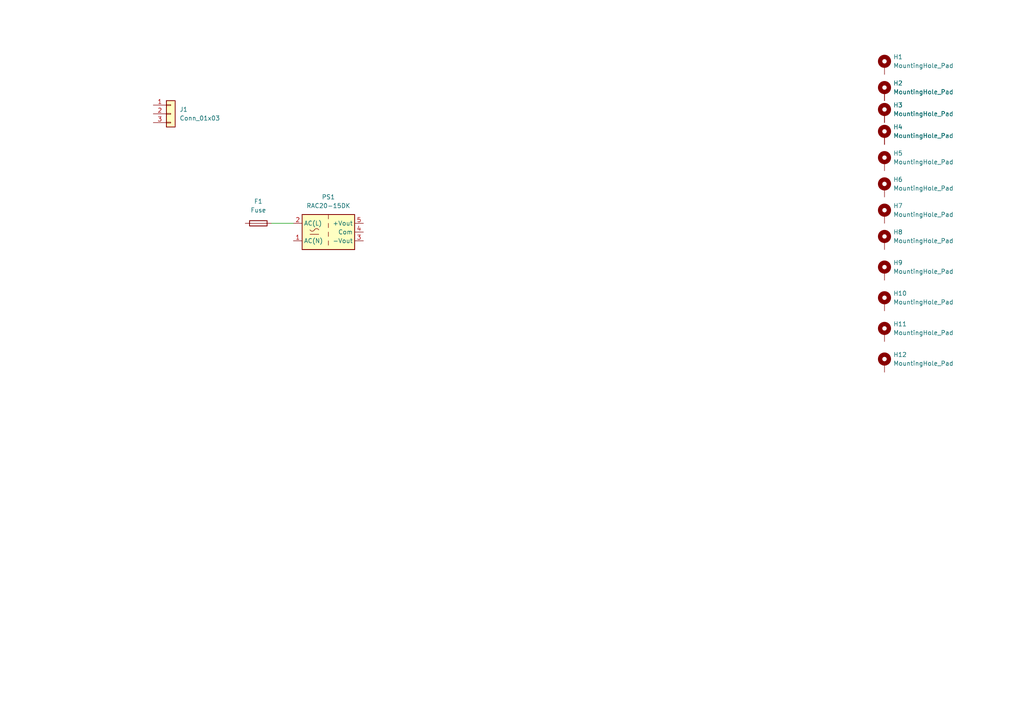
<source format=kicad_sch>
(kicad_sch (version 20211123) (generator eeschema)
  (paper "A4")
  (lib_symbols
    (symbol "Connector_Generic:Conn_01x03" (pin_names (offset 1.016) hide)
      (property "Reference" "J" (at 0 5.08 0))
      (property "Value" "Conn_01x03" (at 0 -5.08 0))
      (symbol "Conn_01x03_1_1"
        (rectangle (start -1.27 -2.413) (end 0 -2.667) (stroke (width 0.1524)))
        (rectangle (start -1.27 0.127) (end 0 -0.127) (stroke (width 0.1524)))
        (rectangle (start -1.27 2.667) (end 0 2.413) (stroke (width 0.1524)))
        (rectangle (start -1.27 3.81) (end 1.27 -3.81) (stroke (width 0.254)) (fill (type background)))
        (pin passive line (at -5.08 2.54 0) (length 3.81) (name "Pin_1") (number "1"))
        (pin passive line (at -5.08 0 0) (length 3.81) (name "Pin_2") (number "2"))
        (pin passive line (at -5.08 -2.54 0) (length 3.81) (name "Pin_3") (number "3"))
      )
    )
    (symbol "Converter_ACDC:RAC20-15DK"
      (property "Reference" "PS" (at 0 6.35 0))
      (property "Value" "RAC20-15DK" (at 0 -6.35 0))
      (symbol "RAC20-15DK_0_1"
        (rectangle (start -7.62 5.08) (end 7.62 -5.08) (stroke (width 0.254)) (fill (type background)))
        (arc (start -5.334 0.635) (mid -4.699 0.2495) (end -4.064 0.635))
        (arc (start -2.794 0.635) (mid -3.429 1.0072) (end -4.064 0.635))
        (polyline (pts (xy -5.334 -0.635) (xy -2.794 -0.635)))
        (polyline (pts (xy 0 -2.54) (xy 0 -3.81)))
        (polyline (pts (xy 0 0) (xy 0 -1.27)))
        (polyline (pts (xy 0 2.54) (xy 0 1.27)))
        (polyline (pts (xy 0 5.08) (xy 0 3.81)))
      )
      (symbol "RAC20-15DK_1_1"
        (pin power_in line (at -10.16 -2.54 0) (length 2.54) (name "AC(N)") (number "1"))
        (pin power_in line (at -10.16 2.54 0) (length 2.54) (name "AC(L)") (number "2"))
        (pin power_out line (at 10.16 -2.54 180) (length 2.54) (name "-Vout") (number "3"))
        (pin power_out line (at 10.16 0 180) (length 2.54) (name "Com") (number "4"))
        (pin power_out line (at 10.16 2.54 180) (length 2.54) (name "+Vout") (number "5"))
      )
    )
    (symbol "Device:Fuse" (pin_numbers hide) (pin_names (offset 0))
      (property "Reference" "F" (at 2.032 0 90))
      (property "Value" "Fuse" (at -1.905 0 90))
      (symbol "Fuse_0_1"
        (rectangle (start -0.762 -2.54) (end 0.762 2.54) (stroke (width 0.254)))
        (polyline (pts (xy 0 2.54) (xy 0 -2.54)))
      )
      (symbol "Fuse_1_1"
        (pin passive line (at 0 3.81 270) (length 1.27) (name "~") (number "1"))
        (pin passive line (at 0 -3.81 90) (length 1.27) (name "~") (number "2"))
      )
    )
    (symbol "Mechanical:MountingHole_Pad" (pin_numbers hide) (pin_names (offset 1.016) hide)
      (property "Reference" "H" (at 0 6.35 0))
      (property "Value" "MountingHole_Pad" (at 0 4.445 0))
      (symbol "MountingHole_Pad_0_1"
        (circle (center 0 1.27) (radius 1.27) (stroke (width 1.27)))
      )
      (symbol "MountingHole_Pad_1_1"
        (pin input line (at 0 -2.54 90) (length 2.54) (name "1") (number "1"))
      )
    )
  )
  (wire (pts (xy 78.74 64.77) (xy 85.09 64.77)))
  (symbol (lib_id "Mechanical:MountingHole_Pad") (at 256.54 26.67 0) (unit 1)
    (property "Reference" "H2" (at 259.08 24.1299 0) (effects (justify left)))
    (property "Value" "MountingHole_Pad" (at 259.08 26.6699 0) (effects (justify left)))
    (property "Footprint" "MountingHole:MountingHole_2.7mm_M2.5_Pad" (effects hide))
  )
  (symbol (lib_id "Mechanical:MountingHole_Pad") (at 256.54 46.99 0) (unit 1)
    (property "Reference" "H5" (at 259.08 44.4499 0) (effects (justify left)))
    (property "Value" "MountingHole_Pad" (at 259.08 46.9899 0) (effects (justify left)))
    (property "Footprint" "MountingHole:MountingHole_2.7mm_M2.5_Pad" (effects hide))
  )
  (symbol (lib_id "Mechanical:MountingHole_Pad") (at 256.54 33.02 0) (unit 1)
    (property "Reference" "H3" (at 259.08 30.4799 0) (effects (justify left)))
    (property "Value" "MountingHole_Pad" (at 259.08 33.0199 0) (effects (justify left)))
    (property "Footprint" "MountingHole:MountingHole_2.7mm_M2.5_Pad" (effects hide))
  )
  (symbol (lib_id "Mechanical:MountingHole_Pad") (at 256.54 69.85 0) (unit 1)
    (property "Reference" "H8" (at 259.08 67.3099 0) (effects (justify left)))
    (property "Value" "MountingHole_Pad" (at 259.08 69.8499 0) (effects (justify left)))
    (property "Footprint" "MountingHole:MountingHole_2.7mm_M2.5_Pad" (effects hide))
  )
  (symbol (lib_id "Mechanical:MountingHole_Pad") (at 256.54 87.63 0) (unit 1)
    (property "Reference" "H10" (at 259.08 85.0899 0) (effects (justify left)))
    (property "Value" "MountingHole_Pad" (at 259.08 87.6299 0) (effects (justify left)))
    (property "Footprint" "MountingHole:MountingHole_2.7mm_M2.5_Pad" (effects hide))
  )
  (symbol (lib_id "Device:Fuse") (at 74.93 64.77 90) (unit 1)
    (property "Reference" "F1" (at 74.93 58.42 90))
    (property "Value" "Fuse" (at 74.93 60.96 90))
    (property "Footprint" "Fuse:Fuseholder_Cylinder-5x20mm_Bulgin_FX0457_Horizontal_Closed" (effects hide))
  )
  (symbol (lib_id "Mechanical:MountingHole_Pad") (at 256.54 39.37 0) (unit 1)
    (property "Reference" "H4" (at 259.08 36.8299 0) (effects (justify left)))
    (property "Value" "MountingHole_Pad" (at 259.08 39.3699 0) (effects (justify left)))
    (property "Footprint" "MountingHole:MountingHole_2.7mm_M2.5_Pad" (effects hide))
  )
  (symbol (lib_id "Mechanical:MountingHole_Pad") (at 256.54 78.74 0) (unit 1)
    (property "Reference" "H9" (at 259.08 76.1999 0) (effects (justify left)))
    (property "Value" "MountingHole_Pad" (at 259.08 78.7399 0) (effects (justify left)))
    (property "Footprint" "MountingHole:MountingHole_2.7mm_M2.5_Pad" (effects hide))
  )
  (symbol (lib_id "Mechanical:MountingHole_Pad") (at 256.54 96.52 0) (unit 1)
    (property "Reference" "H11" (at 259.08 93.9799 0) (effects (justify left)))
    (property "Value" "MountingHole_Pad" (at 259.08 96.5199 0) (effects (justify left)))
    (property "Footprint" "MountingHole:MountingHole_2.7mm_M2.5_Pad" (effects hide))
  )
  (symbol (lib_id "Mechanical:MountingHole_Pad") (at 256.54 54.61 0) (unit 1)
    (property "Reference" "H6" (at 259.08 52.0699 0) (effects (justify left)))
    (property "Value" "MountingHole_Pad" (at 259.08 54.6099 0) (effects (justify left)))
    (property "Footprint" "MountingHole:MountingHole_2.7mm_M2.5_Pad" (effects hide))
  )
  (symbol (lib_id "Mechanical:MountingHole_Pad") (at 256.54 105.41 0) (unit 1)
    (property "Reference" "H12" (at 259.08 102.8699 0) (effects (justify left)))
    (property "Value" "MountingHole_Pad" (at 259.08 105.4099 0) (effects (justify left)))
    (property "Footprint" "MountingHole:MountingHole_2.7mm_M2.5_Pad" (effects hide))
  )
  (symbol (lib_id "Connector_Generic:Conn_01x03") (at 49.53 33.02 0) (unit 1)
    (property "Reference" "J1" (at 52.07 31.7499 0) (effects (justify left)))
    (property "Value" "Conn_01x03" (at 52.07 34.2899 0) (effects (justify left)))
  )
  (symbol (lib_id "Converter_ACDC:RAC20-15DK") (at 95.25 67.31 0) (unit 1)
    (property "Reference" "PS1" (at 95.25 57.15 0))
    (property "Value" "RAC20-15DK" (at 95.25 59.69 0))
    (property "Footprint" "Converter_ACDC:Converter_ACDC_Recom_RAC20-xxDK_THT" (effects hide))
    (property "Datasheet" "https://recom-power.com/pdf/Powerline_AC-DC/RAC20-K.pdf" (effects hide))
  )
  (symbol (lib_id "Mechanical:MountingHole_Pad") (at 256.54 19.05 0) (unit 1)
    (property "Reference" "H1" (at 259.08 16.5099 0) (effects (justify left)))
    (property "Value" "MountingHole_Pad" (at 259.08 19.0499 0) (effects (justify left)))
    (property "Footprint" "MountingHole:MountingHole_2.7mm_M2.5_Pad" (effects hide))
  )
  (symbol (lib_id "Mechanical:MountingHole_Pad") (at 256.54 62.23 0) (unit 1)
    (property "Reference" "H7" (at 259.08 59.6899 0) (effects (justify left)))
    (property "Value" "MountingHole_Pad" (at 259.08 62.2299 0) (effects (justify left)))
    (property "Footprint" "MountingHole:MountingHole_2.7mm_M2.5_Pad" (effects hide))
  )
)
</source>
